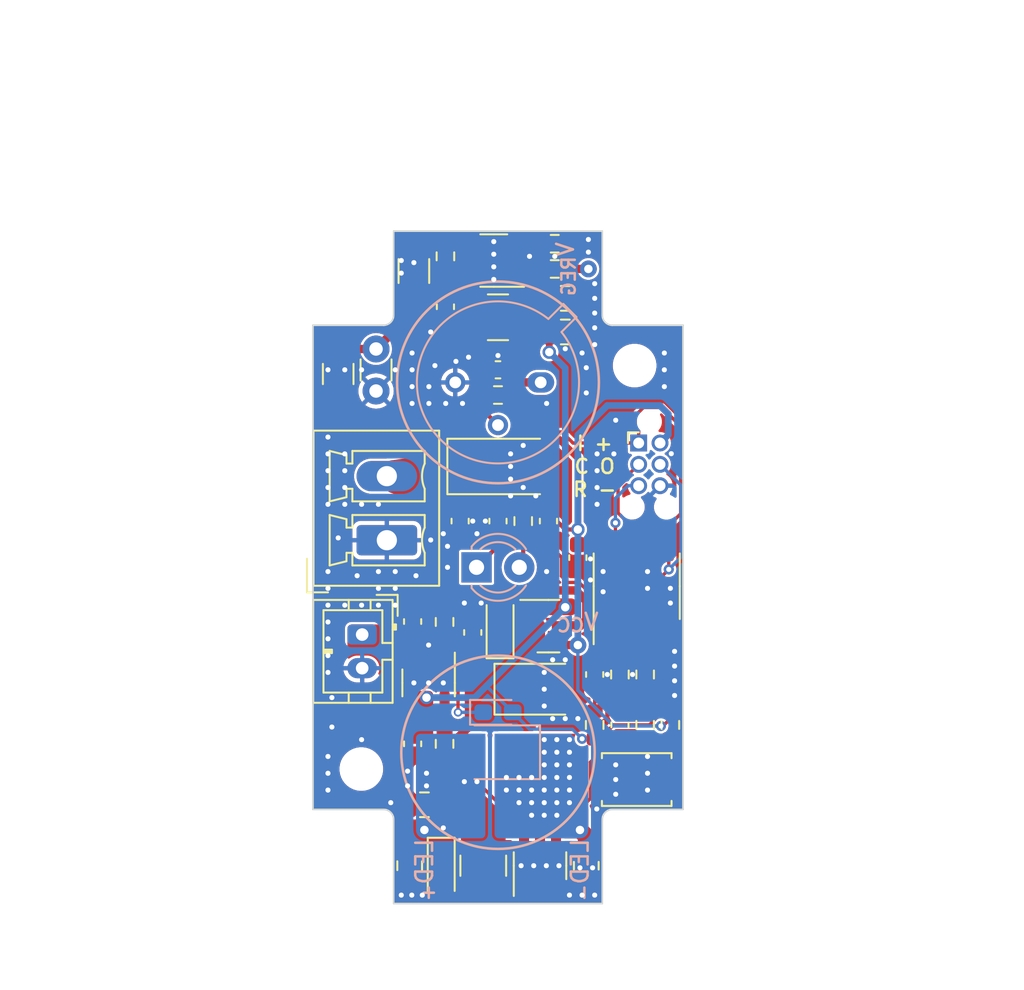
<source format=kicad_pcb>
(kicad_pcb (version 20240108) (generator "pcbnew") (generator_version "8.0")
  (layers (0 "F.Cu" signal) (31 "B.Cu" signal) (34 "B.Paste" user) (35 "F.Paste" user) (36 "B.SilkS" user "B.Silkscreen") (37 "F.SilkS" user "F.Silkscreen") (38 "B.Mask" user) (39 "F.Mask" user) (44 "Edge.Cuts" user))
  (net 0 "")
  (net 1 "GND")
  (net 2 "+24V")
  (net 3 "/voltage regulator/BST")
  (net 4 "/voltage regulator/SW")
  (net 5 "+5V")
  (net 6 "VCC")
  (net 7 "+BATT")
  (net 8 "/voltage regulator/EN")
  (net 9 "/voltage regulator/FB")
  (net 10 "Net-(D4-K)")
  (net 11 "/LED/LED+")
  (net 12 "/LED/LED-")
  (net 13 "/LED/SW")
  (net 14 "/battery/PROG")
  (net 15 "Net-(R10-Pad2)")
  (net 16 "/ALS")
  (net 17 "/V_{SEN}")
  (net 18 "/PIR")
  (net 19 "/STAT")
  (net 20 "/EN")
  (net 21 "/MCU/PB4")
  (net 22 "/MCU/PB5")
  (net 23 "/MCU/PB2")
  (net 24 "/MCU/PB1")
  (net 25 "/Input/Vin")
  (footprint "Capacitor_SMD:C_0805_2012Metric" (layer "F.Cu") (at 125 104 180)
    (property "Reference" "C3" (hide yes))
    (property "Value" "22u 10V")
  )
  (footprint "Resistor_SMD:R_0603_1608Metric" (layer "F.Cu") (at 117.875 101.5 -90)
    (property "Reference" "R1" (hide yes))
    (property "Value" "1M")
  )
  (footprint "Inductor_SMD:L_1210_3225Metric" (layer "F.Cu") (at 120.125 137.75 -90)
    (property "Reference" "L2" (hide yes))
    (property "Value" "CBC3225T220KR")
  )
  (footprint "Capacitor_SMD:C_0603_1608Metric" (layer "F.Cu") (at 124 117.25 -90)
    (property "Reference" "C13" (hide yes))
    (property "Value" "100n 50V")
  )
  (footprint "Capacitor_SMD:C_0805_2012Metric" (layer "F.Cu") (at 116.625 134.125 180)
    (property "Reference" "C5" (hide yes))
    (property "Value" "22u 10V")
  )
  (footprint "Capacitor_SMD:C_0603_1608Metric" (layer "F.Cu") (at 115.925 130.5 -90)
    (property "Reference" "C7" (hide yes))
    (property "Value" "4.7u 16V")
  )
  (footprint "Resistor_SMD:R_0603_1608Metric" (layer "F.Cu") (at 131.25 129.375 -90)
    (property "Reference" "R10" (hide yes))
    (property "Value" "10k")
  )
  (footprint "Resistor_SMD:R_0603_1608Metric" (layer "F.Cu") (at 124.375 100.75)
    (property "Reference" "R3" (hide yes))
    (property "Value" "22k")
  )
  (footprint "Diode_SMD:D_TUMD2" (layer "F.Cu") (at 117.625 138 -90)
    (property "Reference" "D3" (hide yes))
    (property "Value" "RB161VAM-20TR")
  )
  (footprint "Diode_SMD:D_TUMD2" (layer "F.Cu") (at 121.125 123.5 90)
    (property "Reference" "D5" (hide yes))
    (property "Value" "RB161VAM-20TR")
  )
  (footprint "Resistor_SMD:R_0805_2012Metric" (layer "F.Cu") (at 126.25 137.75 -90)
    (property "Reference" "R4" (hide yes))
    (property "Value" "0.7")
  )
  (footprint "Resistor_SMD:R_0603_1608Metric" (layer "F.Cu") (at 129.75 129.375 90)
    (property "Reference" "R9" (hide yes))
    (property "Value" "100k")
  )
  (footprint "Diode_SMD:D_SMA" (layer "F.Cu") (at 121.5 114)
    (property "Reference" "D1" (hide yes))
    (property "Value" "SMAJ40A")
  )
  (footprint "Capacitor_SMD:C_0805_2012Metric" (layer "F.Cu") (at 125 106 180)
    (property "Reference" "C12" (hide yes))
    (property "Value" "22u 10V")
  )
  (footprint "Capacitor_SMD:C_0603_1608Metric" (layer "F.Cu") (at 125.75 119.425 -90)
    (property "Reference" "C15" (hide yes))
    (property "Value" "100n 50V")
  )
  (footprint "Resistor_SMD:R_0603_1608Metric" (layer "F.Cu") (at 121 109.75 180)
    (property "Reference" "R14" (hide yes))
    (property "Value" "1k")
  )
  (footprint "Capacitor_SMD:C_0603_1608Metric" (layer "F.Cu") (at 128.25 129.375 -90)
    (property "Reference" "C17" (hide yes))
    (property "Value" "100n 50V")
  )
  (footprint "Connector_Phoenix_MC:PhoenixContact_MCV_1,5_2-G-3.81_1x02_P3.81mm_Vertical" (layer "F.Cu") (at 114.3925 118.3875 90)
    (property "Reference" "J2" (hide yes))
    (property "Value" "Screw_Terminal_01x02")
  )
  (footprint "Package_TO_SOT_SMD:SOT-23" (layer "F.Cu") (at 124 123.5)
    (property "Reference" "Q1" (hide yes))
    (property "Value" "AO3401A")
  )
  (footprint "Resistor_SMD:R_0603_1608Metric" (layer "F.Cu") (at 122.5 117.25 -90)
    (property "Reference" "R11" (hide yes))
    (property "Value" "1.83k")
  )
  (footprint "Capacitor_SMD:C_0603_1608Metric" (layer "F.Cu") (at 121 108.25 180)
    (property "Reference" "C10" (hide yes))
    (property "Value" "100n 50V")
  )
  (footprint "MountingHole:MountingHole_2.1mm" (layer "F.Cu") (at 129.125 108)
    (property "Reference" "H2" (hide yes))
    (property "Value" "MountingHole")
  )
  (footprint "Inductor_SMD:L_1210_3225Metric" (layer "F.Cu") (at 121 105.125)
    (property "Reference" "L1" (hide yes))
    (property "Value" "CBC3225T220KR")
  )
  (footprint "Resistor_SMD:R_0603_1608Metric" (layer "F.Cu") (at 117.825 130.5 -90)
    (property "Reference" "R5" (hide yes))
    (property "Value" "3.9k")
  )
  (footprint "Capacitor_SMD:C_1206_3216Metric" (layer "F.Cu") (at 116 102.375 -90)
    (property "Reference" "C1" (hide yes))
    (property "Value" "10u 50V")
  )
  (footprint "MountingHole:MountingHole_2.1mm" (layer "F.Cu") (at 112.875 132)
    (property "Reference" "H1" (hide yes))
    (property "Value" "MountingHole")
  )
  (footprint "Resistor_SMD:R_0603_1608Metric" (layer "F.Cu") (at 129.75 126.375 -90)
    (property "Reference" "R13" (hide yes))
    (property "Value" "1k")
  )
  (footprint "Resistor_SMD:R_0603_1608Metric" (layer "F.Cu") (at 117.825 123.25 90)
    (property "Reference" "R6" (hide yes))
    (property "Value" "22k")
  )
  (footprint "Connector_JST:JST_PH_B2B-PH-K_1x02_P2.00mm_Vertical" (layer "F.Cu") (at 112.925 124 -90)
    (property "Reference" "J3" (hide yes))
    (property "Value" "JST PH")
  )
  (footprint "Resistor_SMD:R_0603_1608Metric" (layer "F.Cu") (at 128.25 126.375 90)
    (property "Reference" "R8" (hide yes))
    (property "Value" "1k")
  )
  (footprint "Capacitor_SMD:C_0805_2012Metric" (layer "F.Cu") (at 115.75 137.75 -90)
    (property "Reference" "C6" (hide yes))
    (property "Value" "10u 16V")
  )
  (footprint "Package_SO:SOIC-8_3.9x4.9mm_P1.27mm" (layer "F.Cu") (at 129.25 121.125 90)
    (property "Reference" "U5" (hide yes))
    (property "Value" "ATtiny13A-SS")
  )
  (footprint "prj_lib:Tag-Connect_TC2030-IDC-NL_2x03_P1.27mm_Vertical" (layer "F.Cu") (at 130 113.875 -90)
    (property "Reference" "J4" (hide yes))
    (property "Value" "AVR-ISP-6")
  )
  (footprint "Capacitor_SMD:C_0603_1608Metric" (layer "F.Cu") (at 119.5 123.875 90)
    (property "Reference" "C9" (hide yes))
    (property "Value" "4.7u 16V")
  )
  (footprint "Capacitor_SMD:C_0603_1608Metric" (layer "F.Cu") (at 115.925 123.225 90)
    (property "Reference" "C8" (hide yes))
    (property "Value" "4.7u 16V")
  )
  (footprint "Capacitor_SMD:C_0603_1608Metric" (layer "F.Cu") (at 118.75 117.25 -90)
    (property "Reference" "C4" (hide yes))
    (property "Value" "1n 1kV")
  )
  (footprint "Capacitor_SMD:C_0603_1608Metric" (layer "F.Cu") (at 121 117.25 90)
    (property "Reference" "C14" (hide yes))
    (property "Value" "100n 50V")
  )
  (footprint "Package_TO_SOT_SMD:SOT-23-5" (layer "F.Cu") (at 116.875 126.875 -90)
    (property "Reference" "U3" (hide yes))
    (property "Value" "MCP73832-2-OT")
  )
  (footprint "Package_TO_SOT_SMD:TSOT-23-6" (layer "F.Cu") (at 123.5 137.75 90)
    (property "Reference" "U2" (hide yes))
    (property "Value" "MT9284-28J")
  )
  (footprint "Resistor_SMD:R_0603_1608Metric" (layer "F.Cu") (at 124.375 102.25 180)
    (property "Reference" "R2" (hide yes))
    (property "Value" "100k")
  )
  (footprint "Capacitor_SMD:C_0603_1608Metric" (layer "F.Cu") (at 126.75 126.375 90)
    (property "Reference" "C16" (hide yes))
    (property "Value" "100n 50V")
  )
  (footprint "Button_Switch_SMD:SW_Push_SPST_NO_Alps_SKRK" (layer "F.Cu") (at 129.25 132.625)
    (property "Reference" "SW1" (hide yes))
    (property "Value" "TS-1088")
  )
  (footprint "Capacitor_THT:C_Disc_D3.0mm_W1.6mm_P2.50mm" (layer "F.Cu") (at 113.75 107.0125 -90)
    (property "Reference" "C11" (hide yes))
    (property "Value" "C_Polarized")
  )
  (footprint "Fuse:Fuse_1206_3216Metric_Pad1.42x1.75mm_HandSolder" (layer "F.Cu") (at 111.5 108.5 90)
    (property "Reference" "F1" (hide yes))
    (property "Value" "0468.500NRHF")
  )
  (footprint "Capacitor_Tantalum_SMD:CP_EIA-3528-15_AVX-H" (layer "F.Cu") (at 123.25 127.25)
    (property "Reference" "C18" (hide yes))
    (property "Value" "100uF 6.3V")
  )
  (footprint "Resistor_SMD:R_0603_1608Metric" (layer "F.Cu") (at 126.75 129.375 90)
    (property "Reference" "R7" (hide yes))
    (property "Value" "2.43k")
  )
  (footprint "Capacitor_SMD:C_0603_1608Metric" (layer "F.Cu") (at 117.875 104.5 90)
    (property "Reference" "C2" (hide yes))
    (property "Value" "100n 50V")
  )
  (footprint "Package_TO_SOT_SMD:SOT-23-6" (layer "F.Cu") (at 120.75 101.75 180)
    (property "Reference" "U1" (hide yes))
    (property "Value" "TD1469")
  )
  (footprint "prj_lib:TestPoint_THTPad_D1.0mm_Drill0.5mm" (layer "B.Cu") (at 116.625 135.625 180)
    (property "Reference" "TP4" (hide yes))
    (property "Value" "LED_{+}")
  )
  (footprint "prj_lib:TestPoint_THTPad_D1.0mm_Drill0.5mm" (layer "B.Cu") (at 125.875 135.625 180)
    (property "Reference" "TP5" (hide yes))
    (property "Value" "LED_{-}")
  )
  (footprint "LED_SMD:LED_PLCC_2835_Handsoldering" (layer "B.Cu") (at 121 131 180)
    (property "Reference" "D2" (hide yes))
    (property "Value" "6V 150mA")
  )
  (footprint "LED_THT:LED_D3.0mm_FlatTop" (layer "B.Cu") (at 119.725 120)
    (property "Reference" "D6" (hide yes))
    (property "Value" "TEPT5700")
  )
  (footprint "Package_TO_SOT_THT:TO-5-3_Window" (layer "B.Cu") (at 123.54 109 180)
    (property "Reference" "J1" (hide yes))
    (property "Value" "RDB223")
  )
  (footprint "LED_SMD:LED_0603_1608Metric_Pad1.05x0.95mm_HandSolder" (layer "B.Cu") (at 121 128.625)
    (property "Reference" "D4" (hide yes))
    (property "Value" "LED")
  )
  (footprint "prj_lib:TestPoint_THTPad_D1.0mm_Drill0.5mm" (layer "B.Cu") (at 126.375 102.25 180)
    (property "Reference" "TP3" (hide yes))
    (property "Value" "V_{REG}")
  )
  (footprint "prj_lib:TestPoint_THTPad_D1.0mm_Drill0.5mm" (layer "B.Cu") (at 125.75 124.625 180)
    (property "Reference" "TP6" (hide yes))
    (property "Value" "V_{CC}")
  )
  (gr_circle (center 121 109) (end 127 109) (stroke (width 0.15)) (fill none) (layer "B.SilkS"))
  (gr_circle (center 121 131) (end 126.75 131) (stroke (width 0.15)) (fill none) (layer "B.SilkS"))
  (gr_arc (start 127.2 135) (mid 127.375736 134.575736) (end 127.8 134.4) (stroke (width 0.1)) (layer "Edge.Cuts"))
  (gr_line (start 127.2 140) (end 127.2 135) (stroke (width 0.1)) (layer "Edge.Cuts"))
  (gr_line (start 127.8 134.4) (end 132 134.4) (stroke (width 0.1)) (layer "Edge.Cuts"))
  (gr_line (start 114.8 100) (end 127.2 100) (stroke (width 0.1)) (layer "Edge.Cuts"))
  (gr_arc (start 114.2 134.4) (mid 114.624264 134.575736) (end 114.8 135) (stroke (width 0.1)) (layer "Edge.Cuts"))
  (gr_line (start 114.8 100) (end 114.8 105) (stroke (width 0.1)) (layer "Edge.Cuts"))
  (gr_line (start 127.2 100) (end 127.2 105) (stroke (width 0.1)) (layer "Edge.Cuts"))
  (gr_line (start 114.8 135) (end 114.8 140) (stroke (width 0.1)) (layer "Edge.Cuts"))
  (gr_line (start 114.8 140) (end 127.2 140) (stroke (width 0.1)) (layer "Edge.Cuts"))
  (gr_line (start 127.8 105.6) (end 132 105.6) (stroke (width 0.1)) (layer "Edge.Cuts"))
  (gr_line (start 114.2 105.6) (end 110 105.6) (stroke (width 0.1)) (layer "Edge.Cuts"))
  (gr_arc (start 127.8 105.6) (mid 127.375736 105.424264) (end 127.2 105) (stroke (width 0.1)) (layer "Edge.Cuts"))
  (gr_arc (start 114.8 105) (mid 114.624264 105.424264) (end 114.2 105.6) (stroke (width 0.1)) (layer "Edge.Cuts"))
  (gr_line (start 114.2 134.4) (end 110 134.4) (stroke (width 0.1)) (layer "Edge.Cuts"))
  (gr_line (start 110 134.4) (end 110 105.6) (stroke (width 0.1)) (layer "Edge.Cuts"))
  (gr_line (start 132 105.6) (end 132 134.4) (stroke (width 0.1)) (layer "Edge.Cuts"))
  (gr_text "I +\nC O\nR -" (at 126.75 114 0) (layer "F.SilkS") (effects (font (size 0.85 0.85))))
  (segment (start 117.825 131.325) (end 115.975 131.325) (width 0.2) (layer "F.Cu") (net 1))
  (segment (start 115.975 131.325) (end 115.925 131.275) (width 0.2) (layer "F.Cu") (net 1))
  (via (at 110.891667 116.25175) (size 0.6) (drill 0.3) (layers "F.Cu" "B.Cu") (net 1))
  (via (at 125 125.5) (size 0.6) (drill 0.3) (layers "F.Cu" "B.Cu") (net 1))
  (via (at 126.25 108.125) (size 0.6) (drill 0.3) (layers "F.Cu" "B.Cu") (net 1))
  (via (at 131.25 122.125) (size 0.6) (drill 0.3) (layers "F.Cu" "B.Cu") (net 1))
  (via (at 126.5 119.5) (size 0.6) (drill 0.3) (layers "F.Cu" "B.Cu") (net 1))
  (via (at 126.75 105.75) (size 0.6) (drill 0.3) (layers "F.Cu" "B.Cu") (net 1))
  (via (at 121.75 115.75) (size 0.6) (drill 0.3) (layers "F.Cu" "B.Cu") (net 1))
  (via (at 126.891667 116.25175) (size 0.6) (drill 0.3) (layers "F.Cu" "B.Cu") (net 1))
  (via (at 113.891667 122.25175) (size 0.6) (drill 0.3) (layers "F.Cu" "B.Cu") (net 1))
  (via (at 128 133.5) (size 0.6) (drill 0.3) (layers "F.Cu" "B.Cu") (net 1))
  (via (at 110.891667 115.25175) (size 0.6) (drill 0.3) (layers "F.Cu" "B.Cu") (net 1))
  (via (at 125.25 139.5) (size 0.6) (drill 0.3) (layers "F.Cu" "B.Cu") (net 1))
  (via (at 116.891667 109.25175) (size 0.6) (drill 0.3) (layers "F.Cu" "B.Cu") (net 1))
  (via (at 112.891667 108.25175) (size 0.6) (drill 0.3) (layers "F.Cu" "B.Cu") (net 1))
  (via (at 116.891667 110.25175) (size 0.6) (drill 0.3) (layers "F.Cu" "B.Cu") (net 1))
  (via (at 121 107.4) (size 0.6) (drill 0.3) (layers "F.Cu" "B.Cu") (net 1))
  (via (at 117.25 108) (size 0.6) (drill 0.3) (layers "F.Cu" "B.Cu") (net 1))
  (via (at 129.891667 121.25175) (size 0.6) (drill 0.3) (layers "F.Cu" "B.Cu") (net 1))
  (via (at 129.891667 133.25175) (size 0.6) (drill 0.3) (layers "F.Cu" "B.Cu") (net 1))
  (via (at 118.5 107.75) (size 0.6) (drill 0.3) (layers "F.Cu" "B.Cu") (net 1))
  (via (at 127.5 126.375) (size 0.6) (drill 0.3) (layers "F.Cu" "B.Cu") (net 1))
  (via (at 125.875 137.875) (size 0.6) (drill 0.3) (layers "F.Cu" "B.Cu") (net 1))
  (via (at 110.891667 112.25175) (size 0.6) (drill 0.3) (layers "F.Cu" "B.Cu") (net 1))
  (via (at 127.891667 113.25175) (size 0.6) (drill 0.3) (layers "F.Cu" "B.Cu") (net 1))
  (via (at 115.25 139.5) (size 0.6) (drill 0.3) (layers "F.Cu" "B.Cu") (net 1))
  (via (at 124.625 137.75) (size 0.6) (drill 0.3) (layers "F.Cu" "B.Cu") (net 1))
  (via (at 131.5 126.75) (size 0.6) (drill 0.3) (layers "F.Cu" "B.Cu") (net 1))
  (via (at 110.891667 108.25175) (size 0.6) (drill 0.3) (layers "F.Cu" "B.Cu") (net 1))
  (via (at 112.891667 122.25175) (size 0.6) (drill 0.3) (layers "F.Cu" "B.Cu") (net 1))
  (via (at 110.891667 132.25175) (size 0.6) (drill 0.3) (layers "F.Cu" "B.Cu") (net 1))
  (via (at 110.891667 124.25175) (size 0.6) (drill 0.3) (layers "F.Cu" "B.Cu") (net 1))
  (via (at 110.891667 123.25175) (size 0.6) (drill 0.3) (layers "F.Cu" "B.Cu") (net 1))
  (via (at 111.891667 108.25175) (size 0.6) (drill 0.3) (layers "F.Cu" "B.Cu") (net 1))
  (via (at 119.25 107.5) (size 0.6) (drill 0.3) (layers "F.Cu" "B.Cu") (net 1))
  (via (at 116 126.875) (size 0.6) (drill 0.3) (layers "F.Cu" "B.Cu") (net 1))
  (via (at 120.75 100.625) (size 0.6) (drill 0.3) (layers "F.Cu" "B.Cu") (net 1))
  (via (at 115.625 132.125) (size 0.6) (drill 0.3) (layers "F.Cu" "B.Cu") (net 1))
  (via (at 118.891667 110.25175) (size 0.6) (drill 0.3) (layers "F.Cu" "B.Cu") (net 1))
  (via (at 126.25 109.625) (size 0.6) (drill 0.3) (layers "F.Cu" "B.Cu") (net 1))
  (via (at 120.25 117.25) (size 0.6) (drill 0.3) (layers "F.Cu" "B.Cu") (net 1))
  (via (at 126.875 134.375) (size 0.6) (drill 0.3) (layers "F.Cu" "B.Cu") (net 1))
  (via (at 111.891667 113.25175) (size 0.6) (drill 0.3) (layers "F.Cu" "B.Cu") (net 1))
  (via (at 126.375 100.5) (size 0.6) (drill 0.3) (layers "F.Cu" "B.Cu") (net 1))
  (via (at 130.891667 108.25175) (size 0.6) (drill 0.3) (layers "F.Cu" "B.Cu") (net 1))
  (via (at 131.5 125.875) (size 0.6) (drill 0.3) (layers "F.Cu" "B.Cu") (net 1))
  (via (at 126 107.25) (size 0.6) (drill 0.3) (layers "F.Cu" "B.Cu") (net 1))
  (via (at 123.25 115.75) (size 0.6) (drill 0.3) (layers "F.Cu" "B.Cu") (net 1))
  (via (at 131.304199 113.239737) (size 0.5) (drill 0.3) (layers "F.Cu" "B.Cu") (net 1))
  (via (at 110.891667 125.25175) (size 0.6) (drill 0.3) (layers "F.Cu" "B.Cu") (net 1))
  (via (at 126.375 101.25) (size 0.6) (drill 0.3) (layers "F.Cu" "B.Cu") (net 1))
  (via (at 128 132.625) (size 0.6) (drill 0.3) (layers "F.Cu" "B.Cu") (net 1))
  (via (at 114.625 134) (size 0.6) (drill 0.3) (layers "F.Cu" "B.Cu") (net 1))
  (via (at 120.75 102.875) (size 0.6) (drill 0.3) (layers "F.Cu" "B.Cu") (net 1))
  (via (at 114.891667 108.25175) (size 0.6) (drill 0.3) (layers "F.Cu" "B.Cu") (net 1))
  (via (at 131.5 127.625) (size 0.6) (drill 0.3) (layers "F.Cu" "B.Cu") (net 1))
  (via (at 117 106) (size 0.6) (drill 0.3) (layers "F.Cu" "B.Cu") (net 1))
  (via (at 126 139.5) (size 0.6) (drill 0.3) (layers "F.Cu" "B.Cu") (net 1))
  (via (at 121.75 114) (size 0.6) (drill 0.3) (layers "F.Cu" "B.Cu") (net 1))
  (via (at 118 118.75) (size 0.6) (drill 0.3) (layers "F.Cu" "B.Cu") (net 1))
  (via (at 126.891667 114.25175) (size 0.6) (drill 0.3) (layers "F.Cu" "B.Cu") (net 1))
  (via (at 112.891667 116.25175) (size 0.6) (drill 0.3) (layers "F.Cu" "B.Cu") (net 1))
  (via (at 110.891667 133.25175) (size 0.6) (drill 0.3) (layers "F.Cu" "B.Cu") (net 1))
  (via (at 110.891667 131.25175) (size 0.6) (drill 0.3) (layers "F.Cu" "B.Cu") (net 1))
  (via (at 115.875 139.5) (size 0.6) (drill 0.3) (layers "F.Cu" "B.Cu") (net 1))
  (via (at 113.891667 121.25175) (size 0.6) (drill 0.3) (layers "F.Cu" "B.Cu") (net 1))
  (via (at 115.891667 109.25175) (size 0.6) (drill 0.3) (layers "F.Cu" "B.Cu") (net 1))
  (via (at 111.891667 122.25175) (size 0.6) (drill 0.3) (layers "F.Cu" "B.Cu") (net 1))
  (via (at 129.891667 131.25175) (size 0.6) (drill 0.3) (layers "F.Cu" "B.Cu") (net 1))
  (via (at 110.891667 122.25175) (size 0.6) (drill 0.3) (layers "F.Cu" "B.Cu") (net 1))
  (via (at 130.891667 107.25175) (size 0.6) (drill 0.3) (layers "F.Cu" "B.Cu") (net 1))
  (via (at 126.75 103.125) (size 0.6) (drill 0.3) (layers "F.Cu" "B.Cu") (net 1))
  (via (at 116.875 126.875) (size 0.6) (drill 0.3) (layers "F.Cu" "B.Cu") (net 1))
  (via (at 123.75 126.25) (size 0.6) (drill 0.3) (layers "F.Cu" "B.Cu") (net 1))
  (via (at 110.891667 126.25175) (size 0.6) (drill 0.3) (layers "F.Cu" "B.Cu") (net 1))
  (via (at 131.25 121.25) (size 0.6) (drill 0.3) (layers "F.Cu" "B.Cu") (net 1))
  (via (at 122.5 115.25) (size 0.6) (drill 0.3) (layers "F.Cu" "B.Cu") (net 1))
  (via (at 130.891667 109.25175) (size 0.6) (drill 0.3) (layers "F.Cu" "B.Cu") (net 1))
  (via (at 117.891667 110.25175) (size 0.6) (drill 0.3) (layers "F.Cu" "B.Cu") (net 1))
  (via (at 116.875 124.625) (size 0.6) (drill 0.3) (layers "F.Cu" "B.Cu") (net 1))
  (via (at 119 122.125) (size 0.6) (drill 0.3) (layers "F.Cu" "B.Cu") (net 1))
  (via (at 110.891667 121.25175) (size 0.6) (drill 0.3) (layers "F.Cu" "B.Cu") (net 1))
  (via (at 123.891667 110.25175) (size 0.6) (drill 0.3) (layers "F.Cu" "B.Cu") (net 1))
  (via (at 115.891667 107.25175) (size 0.6) (drill 0.3) (layers "F.Cu" "B.Cu") (net 1))
  (via (at 126.75 104.875) (size 0.6) (drill 0.3) (layers "F.Cu" "B.Cu") (net 1))
  (via (at 115.25 102.5) (size 0.6) (drill 0.3) (layers "F.Cu" "B.Cu") (net 1))
  (via (at 114.891667 121.25175) (size 0.6) (drill 0.3) (layers "F.Cu" "B.Cu") (net 1))
  (via (at 125 129) (size 0.6) (drill 0.3) (layers "F.Cu" "B.Cu") (net 1))
  (via (at 113.891667 120.25175) (size 0.6) (drill 0.3) (layers "F.Cu" "B.Cu") (net 1))
  (via (at 120.75 101.375) (size 0.6) (drill 0.3) (layers "F.Cu" "B.Cu") (net 1))
  (via (at 112.625 120.5) (size 0.6) (drill 0.3) (layers "F.Cu" "B.Cu") (net 1))
  (via (at 126.75 104) (size 0.6) (drill 0.3) (layers "F.Cu" "B.Cu") (net 1))
  (via (at 115.25 101.75) (size 0.6) (drill 0.3) (layers "F.Cu" "B.Cu") (net 1))
  (via (at 129.891667 132.25175) (size 0.6) (drill 0.3) (layers "F.Cu" "B.Cu") (net 1))
  (via (at 110.891667 113.25175) (size 0.6) (drill 0.3) (layers "F.Cu" "B.Cu") (net 1))
  (via (at 127.25 121.454169) (size 0.6) (drill 0.3) (layers "F.Cu" "B.Cu") (net 1))
  (via (at 119.75 118) (size 0.6) (drill 0.3) (layers "F.Cu" "B.Cu") (net 1))
  (via (at 116.5 139.5) (size 0.6) (drill 0.3) (layers "F.Cu" "B.Cu") (net 1))
  (via (at 127.25 120.25) (size 0.6) (drill 0.3) (layers "F.Cu" "B.Cu") (net 1))
  (via (at 112.891667 130.25175) (size 0.6) (drill 0.3) (layers "F.Cu" "B.Cu") (net 1))
  (via (at 122.375 137.75) (size 0.6) (drill 0.3) (layers "F.Cu" "B.Cu") (net 1))
  (via (at 111.891667 115.25175) (size 0.6) (drill 0.3) (layers "F.Cu" "B.Cu") (net 1))
  (via (at 124.25 125.5) (size 0.6) (drill 0.3) (layers "F.Cu" "B.Cu") (net 1))
  (via (at 117 118.375) (size 0.6) (drill 0.3) (layers "F.Cu" "B.Cu") (net 1))
  (via (at 128 111.25) (size 0.6) (drill 0.3) (layers "F.Cu" "B.Cu") (net 1))
  (via (at 115.891667 110.25175) (size 0.6) (drill 0.3) (layers "F.Cu" "B.Cu") (net 1))
  (via (at 116.125 120.5) (size 0.6) (drill 0.3) (layers "F.Cu" "B.Cu") (net 1))
  (via (at 114.891667 122.25175) (size 0.6) (drill 0.3) (layers "F.Cu" "B.Cu") (net 1))
  (via (at 119.5 117.25) (size 0.6) (drill 0.3) (layers "F.Cu" "B.Cu") (net 1))
  (via (at 115.891667 108.25175) (size 0.6) (drill 0.3) (layers "F.Cu" "B.Cu") (net 1))
  (via (at 124.25 129) (size 0.6) (drill 0.3) (layers "F.Cu" "B.Cu") (net 1))
  (via (at 121.75 114.75) (size 0.6) (drill 0.3) (layers "F.Cu" "B.Cu") (net 1))
  (via (at 129 126.375) (size 0.6) (drill 0.3) (layers "F.Cu" "B.Cu") (net 1))
  (via (at 110.891667 120.25175) (size 0.6) (drill 0.3) (layers "F.Cu" "B.Cu") (net 1))
  (via (at 110.891667 114.25175) (size 0.6) (drill 0.3) (layers "F.Cu" "B.Cu") (net 1))
  (via (at 120.75 102.125) (size 0.6) (drill 0.3) (layers "F.Cu" "B.Cu") (net 1))
  (via (at 111.125 127.75) (size 0.6) (drill 0.3) (layers "F.Cu" "B.Cu") (net 1))
  (via (at 126.625 137.875) (size 0.6) (drill 0.3) (layers "F.Cu" "B.Cu") (net 1))
  (via (at 126.891667 113.25175) (size 0.6) (drill 0.3) (layers "F.Cu" "B.Cu") (net 1))
  (via (at 122.875 101.5) (size 0.6) (drill 0.3) (layers "F.Cu" "B.Cu") (net 1))
  (via (at 123.875 137.75) (size 0.6) (drill 0.3) (layers "F.Cu" "B.Cu") (net 1))
  (via (at 116 101.875) (size 0.6) (drill 0.3) (layers "F.Cu" "B.Cu") (net 1))
  (via (at 123.125 137.75) (size 0.6) (drill 0.3) (layers "F.Cu" "B.Cu") (net 1))
  (via (at 126.891667 115.25175) (size 0.6) (drill 0.3) (layers "F.Cu" "B.Cu") (net 1))
  (via (at 122.5 112.75) (size 0.6) (drill 0.3) (layers "F.Cu" "B.Cu") (net 1))
  (via (at 114.891667 120.25175) (size 0.6) (drill 0.3) (layers "F.Cu" "B.Cu") (net 1))
  (via (at 117.75 118) (size 0.6) (drill 0.3) (layers "F.Cu" "B.Cu") (net 1))
  (via (at 129.891667 120.25175) (size 0.6) (drill 0.3) (layers "F.Cu" "B.Cu") (net 1))
  (via (at 126.75 139.5) (size 0.6) (drill 0.3) (layers "F.Cu" "B.Cu") (net 1))
  (via (at 111.891667 114.25175) (size 0.6) (drill 0.3) (layers "F.Cu" "B.Cu") (net 1))
  (via (at 126.5 120.75) (size 0.6) (drill 0.3) (layers "F.Cu" "B.Cu") (net 1))
  (via (at 120 122.125) (size 0.6) (drill 0.3) (layers "F.Cu" "B.Cu") (net 1))
  (via (at 111.891667 116.25175) (size 0.6) (drill 0.3) (layers "F.Cu" "B.Cu") (net 1))
  (via (at 123.75 127.25) (size 0.6) (drill 0.3) (layers "F.Cu" "B.Cu") (net 1))
  (via (at 121.75 113.25) (size 0.6) (drill 0.3) (layers "F.Cu" "B.Cu") (net 1))
  (via (at 123.891667 120.25175) (size 0.6) (drill 0.3) (layers "F.Cu" "B.Cu") (net 1))
  (via (at 123.75 128.25) (size 0.6) (drill 0.3) (layers "F.Cu" "B.Cu") (net 1))
  (via (at 115.625 133) (size 0.6) (drill 0.3) (layers "F.Cu" "B.Cu") (net 1))
  (via (at 125 107) (size 0.6) (drill 0.3) (layers "F.Cu" "B.Cu") (net 1))
  (via (at 128 131.75) (size 0.6) (drill 0.3) (layers "F.Cu" "B.Cu") (net 1))
  (via (at 118 120) (size 0.6) (drill 0.3) (layers "F.Cu" "B.Cu") (net 1))
  (via (at 124.375 101.5) (size 0.6) (drill 0.3) (layers "F.Cu" "B.Cu") (net 1))
  (via (at 125.75 129) (size 0.6) (drill 0.3) (layers "F.Cu" "B.Cu") (net 1))
  (via (at 111.125 129.5) (size 0.6) (drill 0.3) (layers "F.Cu" "B.Cu") (net 1))
  (via (at 117.75 126.875) (size 0.6) (drill 0.3) (layers "F.Cu" "B.Cu") (net 1))
  (via (at 113.891667 116.25175) (size 0.6) (drill 0.3) (layers "F.Cu" "B.Cu") (net 1))
  (via (at 131.5 125) (size 0.6) (drill 0.3) (layers "F.Cu" "B.Cu") (net 1))
  (via (at 111.5 118.25) (size 0.6) (drill 0.3) (layers "F.Cu" "B.Cu") (net 1))
  (via (at 126.75 106.75) (size 0.6) (drill 0.3) (layers "F.Cu" "B.Cu") (net 1))
  (segment (start 130 115.78) (end 130 116.25) (width 0.25) (layer "B.Cu") (net 1))
  (segment (start 130.635 115.145) (end 130 115.78) (width 0.25) (layer "B.Cu") (net 1))
  (segment (start 111.5 107.0125) (end 113.75 107.0125) (width 0.5) (layer "F.Cu") (net 2))
  (segment (start 113.75 107.0125) (end 116 104.7625) (width 0.5) (layer "F.Cu") (net 2))
  (segment (start 116 104.7625) (end 116 103.85) (width 0.5) (layer "F.Cu") (net 2))
  (segment (start 117.875 105.875) (end 117.875 105.275) (width 0.25) (layer "F.Cu") (net 3))
  (segment (start 121 104) (end 121 106.5) (width 0.25) (layer "F.Cu") (net 3))
  (segment (start 121.8875 102.7) (end 121.8875 103.1125) (width 0.25) (layer "F.Cu") (net 3))
  (segment (start 118.75 106.75) (end 117.875 105.875) (width 0.25) (layer "F.Cu") (net 3))
  (segment (start 120.75 106.75) (end 118.75 106.75) (width 0.25) (layer "F.Cu") (net 3))
  (segment (start 121.8875 103.1125) (end 121 104) (width 0.25) (layer "F.Cu") (net 3))
  (segment (start 121 106.5) (end 120.75 106.75) (width 0.25) (layer "F.Cu") (net 3))
  (segment (start 121.875 122.25) (end 121.125 122.25) (width 0.5) (layer "F.Cu") (net 5))
  (segment (start 122.175 122.55) (end 121.875 122.25) (width 0.5) (layer "F.Cu") (net 5))
  (segment (start 124.05 104) (end 124.05 103.6125) (width 0.5) (layer "F.Cu") (net 5))
  (segment (start 115.925 128.0125) (end 115.925 129.725) (width 0.5) (layer "F.Cu") (net 5))
  (segment (start 124.05 103.6125) (end 125.2 102.4625) (width 0.5) (layer "F.Cu") (net 5))
  (segment (start 125.2 102.4625) (end 125.2 102.25) (width 0.5) (layer "F.Cu") (net 5))
  (segment (start 126 130.2) (end 126.75 130.2) (width 0.2) (layer "F.Cu") (net 5))
  (segment (start 126.375 102.25) (end 125.2 102.25) (width 0.5) (layer "F.Cu") (net 5))
  (segment (start 124.05 107.2) (end 124.05 106) (width 0.4) (layer "F.Cu") (net 5))
  (segment (start 124.05 104) (end 124.05 103.825) (width 0.5) (layer "F.Cu") (net 5))
  (segment (start 123.0625 122.55) (end 122.175 122.55) (width 0.5) (layer "F.Cu") (net 5))
  (via (at 116.75 127.75) (size 0.8) (drill 0.5) (layers "F.Cu" "B.Cu") (net 5))
  (via (at 125 122.375) (size 0.8) (drill 0.5) (layers "F.Cu" "B.Cu") (net 5))
  (via (at 126 130.2) (size 0.6) (drill 0.3) (layers "F.Cu" "B.Cu") (net 5))
  (via (at 124.05 107.2) (size 0.8) (drill 0.5) (layers "F.Cu" "B.Cu") (net 5))
  (segment (start 125 108.15) (end 125 122.375) (width 0.4) (layer "B.Cu") (net 5))
  (segment (start 125.425 129.625) (end 122.875 129.625) (width 0.2) (layer "B.Cu") (net 5))
  (segment (start 126 130.2) (end 125.425 129.625) (width 0.2) (layer "B.Cu") (net 5))
  (segment (start 124.05 107.2) (end 125 108.15) (width 0.4) (layer "B.Cu") (net 5))
  (segment (start 121.875 128.625) (end 120.3125 127.0625) (width 0.2) (layer "B.Cu") (net 5))
  (segment (start 120.3125 127.0625) (end 125 122.375) (width 0.4) (layer "B.Cu") (net 5))
  (segment (start 122.875 129.625) (end 121.875 128.625) (width 0.2) (layer "B.Cu") (net 5))
  (segment (start 119.625 127.75) (end 120.3125 127.0625) (width 0.4) (layer "B.Cu") (net 5))
  (segment (start 116.75 127.75) (end 119.625 127.75) (width 0.4) (layer "B.Cu") (net 5))
  (segment (start 121 118.025) (end 121 118.725) (width 0.25) (layer "F.Cu") (net 6))
  (segment (start 118.677 131.823) (end 118.677 130.073) (width 0.5) (layer "F.Cu") (net 6))
  (segment (start 123.0625 124.45) (end 122.2 124.45) (width 0.5) (layer "F.Cu") (net 6))
  (segment (start 117.575 132.925) (end 118.677 131.823) (width 0.5) (layer "F.Cu") (net 6))
  (segment (start 125.75 117.75) (end 125.75 113.5) (width 0.4) (layer "F.Cu") (net 6))
  (segment (start 130.686726 129.436727) (end 130.813273 129.436727) (width 0.2) (layer "F.Cu") (net 6))
  (segment (start 122.525 109) (end 121.775 108.25) (width 0.5) (layer "F.Cu") (net 6))
  (segment (start 120.125 136.35) (end 121.725 136.35) (width 0.25) (layer "F.Cu") (net 6))
  (segment (start 118.677 130.073) (end 119.5 129.25) (width 0.5) (layer "F.Cu") (net 6))
  (segment (start 121 109.025) (end 121.775 108.25) (width 0.4) (layer "F.Cu") (net 6))
  (segment (start 121.6 124.625) (end 121.125 124.15) (width 0.5) (layer "F.Cu") (net 6))
  (segment (start 124.5 117.25) (end 121.775 117.25) (width 0.25) (layer "F.Cu") (net 6))
  (segment (start 121 110.145291) (end 121 109.025) (width 0.4) (layer "F.Cu") (net 6))
  (segment (start 121 118.725) (end 119.725 120) (width 0.25) (layer "F.Cu") (net 6))
  (segment (start 121.9875 136.6125) (end 122.55 136.6125) (width 0.25) (layer "F.Cu") (net 6))
  (segment (start 125.75 118.65) (end 127.345 118.65) (width 0.4) (layer "F.Cu") (net 6))
  (segment (start 121.725 136.35) (end 121.9875 136.6125) (width 0.25) (layer "F.Cu") (net 6))
  (segment (start 125.75 113.5) (end 124.627 112.377) (width 0.4) (layer "F.Cu") (net 6))
  (segment (start 121.9 124.15) (end 121.125 124.15) (width 0.5) (layer "F.Cu") (net 6))
  (segment (start 125.75 117.75) (end 125.75 118.65) (width 0.4) (layer "F.Cu") (net 6))
  (segment (start 123.54 109) (end 122.525 109) (width 0.5) (layer "F.Cu") (net 6))
  (segment (start 124.627 112.377) (end 123.231709 112.377) (width 0.4) (layer "F.Cu") (net 6))
  (segment (start 121.775 117.25) (end 121 118.025) (width 0.25) (layer "F.Cu") (net 6))
  (segment (start 119.5 129.25) (end 119.5 124.65) (width 0.5) (layer "F.Cu") (net 6))
  (segment (start 125.75 124.625) (end 121.6 124.625) (width 0.5) (layer "F.Cu") (net 6))
  (segment (start 125 117.75) (end 124.5 117.25) (width 0.25) (layer "F.Cu") (net 6))
  (segment (start 117.575 134.125) (end 117.575 132.925) (width 0.5) (layer "F.Cu") (net 6))
  (segment (start 130.813273 129.436727) (end 131.25 129) (width 0.2) (layer "F.Cu") (net 6))
  (segment (start 122.2 124.45) (end 121.9 124.15) (width 0.5) (layer "F.Cu") (net 6))
  (segment (start 131.25 129) (end 131.25 128.55) (width 0.2) (layer "F.Cu") (net 6))
  (segment (start 123.231709 112.377) (end 121 110.145291) (width 0.4) (layer "F.Cu") (net 6))
  (segment (start 125.75 117.75) (end 125 117.75) (width 0.25) (layer "F.Cu") (net 6))
  (via (at 130.686726 129.436727) (size 0.6) (drill 0.3) (layers "F.Cu" "B.Cu") (net 6))
  (via (at 125.75 117.75) (size 0.8) (drill 0.5) (layers "F.Cu" "B.Cu") (net 6))
  (segment (start 127.874227 129.436727) (end 125.75 127.3125) (width 0.2) (layer "B.Cu") (net 6))
  (segment (start 125.75 127.3125) (end 125.75 124.625) (width 0.2) (layer "B.Cu") (net 6))
  (segment (start 125.75 112.125) (end 127.5 110.375) (width 0.4) (layer "B.Cu") (net 6))
  (segment (start 130.625 110.375) (end 131.125 110.875) (width 0.4) (layer "B.Cu") (net 6))
  (segment (start 127.5 110.375) (end 130.625 110.375) (width 0.4) (layer "B.Cu") (net 6))
  (segment (start 125.75 124.625) (end 125.75 117.75) (width 0.4) (layer "B.Cu") (net 6))
  (segment (start 125.75 117.75) (end 125.75 112.125) (width 0.4) (layer "B.Cu") (net 6))
  (segment (start 131.125 112.115) (end 130.635 112.605) (width 0.4) (layer "B.Cu") (net 6))
  (segment (start 131.125 110.875) (end 131.125 112.115) (width 0.4) (layer "B.Cu") (net 6))
  (segment (start 130.686726 129.436727) (end 127.874227 129.436727) (width 0.2) (layer "B.Cu") (net 6))
  (segment (start 116.875 123.05) (end 115.925 124) (width 0.5) (layer "F.Cu") (net 7))
  (segment (start 125.625 121.375) (end 117.5 121.375) (width 0.5) (layer "F.Cu") (net 7))
  (segment (start 115.925 125.7375) (end 115.925 124) (width 0.5) (layer "F.Cu") (net 7))
  (segment (start 112.925 124) (end 115.925 124) (width 0.5) (layer "F.Cu") (net 7))
  (segment (start 126.25 122) (end 125.625 121.375) (width 0.5) (layer "F.Cu") (net 7))
  (segment (start 116.875 122) (end 116.875 123.05) (width 0.5) (layer "F.Cu") (net 7))
  (segment (start 126.25 123.125) (end 126.25 122) (width 0.5) (layer "F.Cu") (net 7))
  (segment (start 117.5 121.375) (end 116.875 122) (width 0.5) (layer "F.Cu") (net 7))
  (segment (start 125.875 123.5) (end 126.25 123.125) (width 0.5) (layer "F.Cu") (net 7))
  (segment (start 124.9375 123.5) (end 125.875 123.5) (width 0.5) (layer "F.Cu") (net 7))
  (segment (start 119.6125 100.8) (end 118.675 100.8) (width 0.2) (layer "F.Cu") (net 8))
  (segment (start 118.55 100.675) (end 117.875 100.675) (width 0.2) (layer "F.Cu") (net 8))
  (segment (start 118.675 100.8) (end 118.55 100.675) (width 0.2) (layer "F.Cu") (net 8))
  (segment (start 122.7 100.8) (end 122.75 100.75) (width 0.2) (layer "F.Cu") (net 9))
  (segment (start 123.55 100.75) (end 123.55 102.25) (width 0.2) (layer "F.Cu") (net 9))
  (segment (start 121.8875 100.8) (end 122.7 100.8) (width 0.2) (layer "F.Cu") (net 9))
  (segment (start 122.75 100.75) (end 123.55 100.75) (width 0.2) (layer "F.Cu") (net 9))
  (segment (start 118.625 123.225) (end 117.825 122.425) (width 0.2) (layer "F.Cu") (net 10))
  (segment (start 118.625 128.625) (end 118.625 123.225) (width 0.2) (layer "F.Cu") (net 10))
  (via (at 118.625 128.625) (size 0.5) (drill 0.3) (layers "F.Cu" "B.Cu") (net 10))
  (segment (start 120.125 128.625) (end 118.625 128.625) (width 0.2) (layer "B.Cu") (net 10))
  (segment (start 123.5 135.75) (end 123.5 136.6125) (width 0.2) (layer "F.Cu") (net 11))
  (segment (start 122.5 135.5) (end 123.25 135.5) (width 0.2) (layer "F.Cu") (net 11))
  (segment (start 119.75 132.75) (end 122.5 135.5) (width 0.2) (layer "F.Cu") (net 11))
  (segment (start 123.25 135.5) (end 123.5 135.75) (width 0.2) (layer "F.Cu") (net 11))
  (via (at 119.75 132.75) (size 0.6) (drill 0.3) (layers "F.Cu" "B.Cu") (net 11))
  (via (at 116.75 133) (size 0.6) (drill 0.3) (layers "F.Cu" "B.Cu") (net 11))
  (via (at 116.75 132.25) (size 0.6) (drill 0.3) (layers "F.Cu" "B.Cu") (net 11))
  (via (at 117.75 135.5) (size 0.6) (drill 0.3) (layers "F.Cu" "B.Cu") (net 11))
  (via (at 119 132.75) (size 0.6) (drill 0.3) (layers "F.Cu" "B.Cu") (net 11))
  (segment (start 124.45 138.8875) (end 124.9875 138.8875) (width 0.25) (layer "F.Cu") (net 12))
  (segment (start 125.4125 136.8375) (end 126.25 136.8375) (width 0.25) (layer "F.Cu") (net 12))
  (segment (start 124.9875 138.8875) (end 125.25 138.625) (width 0.25) (layer "F.Cu") (net 12))
  (segment (start 125.25 138.625) (end 125.25 137) (width 0.25) (layer "F.Cu") (net 12))
  (segment (start 125.25 137) (end 125.4125 136.8375) (width 0.25) (layer "F.Cu") (net 12))
  (segment (start 126.25 136.8375) (end 126.25 136) (width 1) (layer "F.Cu") (net 12))
  (segment (start 126.25 136) (end 125.875 135.625) (width 1) (layer "F.Cu") (net 12))
  (via (at 123.75 134.75) (size 0.6) (drill 0.3) (layers "F.Cu" "B.Cu") (net 12))
  (via (at 122.25 132.5) (size 0.6) (drill 0.3) (layers "F.Cu" "B.Cu") (net 12))
  (via (at 123 133.25) (size 0.6) (drill 0.3) (layers "F.Cu" "B.Cu") (net 12))
  (via (at 123 134) (size 0.6) (drill 0.3) (layers "F.Cu" "B.Cu") (net 12))
  (via (at 123.75 133.25) (size 0.6) (drill 0.3) (layers "F.Cu" "B.Cu") (net 12))
  (via (at 121.5 132.5) (size 0.6) (drill 0.3) (layers "F.Cu" "B.Cu") (net 12))
  (via (at 123.75 132.5) (size 0.6) (drill 0.3) (layers "F.Cu" "B.Cu") (net 12))
  (via (at 123 132.5) (size 0.6) (drill 0.3) (layers "F.Cu" "B.Cu") (net 12))
  (via (at 123 134.75) (size 0.6) (drill 0.3) (layers "F.Cu" "B.Cu") (net 12))
  (via (at 125.25 131.75) (size 0.6) (drill 0.3) (layers "F.Cu" "B.Cu") (net 12))
  (via (at 123.75 134) (size 0.6) (drill 0.3) (layers "F.Cu" "B.Cu") (net 12))
  (via (at 124.5 130.25) (size 0.6) (drill 0.3) (layers "F.Cu" "B.Cu") (net 12))
  (via (at 121.5 133.25) (size 0.6) (drill 0.3) (layers "F.Cu" "B.Cu") (net 12))
  (via (at 123.75 130.25) (size 0.6) (drill 0.3) (layers "F.Cu" "B.Cu") (net 12))
  (via (at 122.25 133.25) (size 0.6) (drill 0.3) (layers "F.Cu" "B.Cu") (net 12))
  (via (at 123.75 131) (size 0.6) (drill 0.3) (layers "F.Cu" "B.Cu") (net 12))
  (via (at 124.5 131.75) (size 0.6) (drill 0.3) (layers "F.Cu" "B.Cu") (net 12))
  (via (at 125.25 134) (size 0.6) (drill 0.3) (layers "F.Cu" "B.Cu") (net 12))
  (via (at 124.5 131) (size 0.6) (drill 0.3) (layers "F.Cu" "B.Cu") (net 12))
  (via (at 124.5 134.75) (size 0.6) (drill 0.3) (layers "F.Cu" "B.Cu") (net 12))
  (via (at 125.25 133.25) (size 0.6) (drill 0.3) (layers "F.Cu" "B.Cu") (net 12))
  (via (at 125.25 131) (size 0.6) (drill 0.3) (layers "F.Cu" "B.Cu") (net 12))
  (via (at 124.5 132.5) (size 0.6) (drill 0.3) (layers "F.Cu" "B.Cu") (net 12))
  (via (at 123.75 131.75) (size 0.6) (drill 0.3) (layers "F.Cu" "B.Cu") (net 12))
  (via (at 124.5 134) (size 0.6) (drill 0.3) (layers "F.Cu" "B.Cu") (net 12))
  (via (at 125.25 132.5) (size 0.6) (drill 0.3) (layers "F.Cu" "B.Cu") (net 12))
  (via (at 125.25 130.25) (size 0.6) (drill 0.3) (layers "F.Cu" "B.Cu") (net 12))
  (via (at 124.5 133.25) (size 0.6) (drill 0.3) (layers "F.Cu" "B.Cu") (net 12))
  (via (at 122.25 134) (size 0.6) (drill 0.3) (layers "F.Cu" "B.Cu") (net 12))
  (segment (start 117.825 129.675) (end 117.825 128.0125) (width 0.2) (layer "F.Cu") (net 14))
  (segment (start 131.35 131.1) (end 131.25 131) (width 0.2) (layer "F.Cu") (net 15))
  (segment (start 131.25 131) (end 131.25 130.2) (width 0.2) (layer "F.Cu") (net 15))
  (segment (start 131.35 132.625) (end 131.35 131.1) (width 0.2) (layer "F.Cu") (net 15))
  (segment (start 131.25 130.2) (end 129.75 130.2) (width 0.2) (layer "F.Cu") (net 15))
  (segment (start 124 118.625) (end 124 118) (width 0.2) (layer "F.Cu") (net 16))
  (segment (start 122.265 120) (end 122.5 119.765) (width 0.25) (layer "F.Cu") (net 16))
  (segment (start 128.375 124.875) (end 127.111841 124.875) (width 0.2) (layer "F.Cu") (net 16))
  (segment (start 122.5 119.765) (end 122.5 118.735) (width 0.25) (layer "F.Cu") (net 16))
  (segment (start 122.5 118.025) (end 123.975 118.025) (width 0.25) (layer "F.Cu") (net 16))
  (segment (start 128.615 124.635) (end 128.375 124.875) (width 0.2) (layer "F.Cu") (net 16))
  (segment (start 125.148 120.898) (end 124.777 120.527) (width 0.2) (layer "F.Cu") (net 16))
  (segment (start 126.75 121.82542) (end 125.82258 120.898) (width 0.2) (layer "F.Cu") (net 16))
  (segment (start 122.5 118.075) (end 123.95 118.075) (width 0.25) (layer "F.Cu") (net 16))
  (segment (start 128.615 123.6) (end 128.615 124.635) (width 0.2) (layer "F.Cu") (net 16))
  (segment (start 124.777 120.527) (end 124.777 119.402) (width 0.2) (layer "F.Cu") (net 16))
  (segment (start 126.75 124.513159) (end 126.75 121.82542) (width 0.2) (layer "F.Cu") (net 16))
  (segment (start 127.111841 124.875) (end 126.75 124.513159) (width 0.2) (layer "F.Cu") (net 16))
  (segment (start 124.777 119.402) (end 124 118.625) (width 0.2) (layer "F.Cu") (net 16))
  (segment (start 123.95 118.075) (end 124 118.025) (width 0.25) (layer "F.Cu") (net 16))
  (segment (start 122.5 118.735) (end 122.5 118.075) (width 0.25) (layer "F.Cu") (net 16))
  (segment (start 125.82258 120.898) (end 125.148 120.898) (width 0.2) (layer "F.Cu") (net 16))
  (segment (start 126.75 128.55) (end 126.75 127.15) (width 0.2) (layer "F.Cu") (net 17))
  (segment (start 126.8 127.2) (end 126.75 127.15) (width 0.2) (layer "F.Cu") (net 17))
  (segment (start 129.75 127.2) (end 126.8 127.2) (width 0.2) (layer "F.Cu") (net 17))
  (segment (start 120.175 109.75) (end 120.175 110.715) (width 0.25) (layer "F.Cu") (net 18))
  (segment (start 120.175 110.715) (end 121 111.54) (width 0.25) (layer "F.Cu") (net 18))
  (segment (start 117.825 125.7375) (end 117.825 124.075) (width 0.2) (layer "F.Cu") (net 19))
  (segment (start 127.5 129.75) (end 127.875 129.375) (width 0.2) (layer "F.Cu") (net 20))
  (segment (start 126.5 133.75) (end 126.5 131.585565) (width 0.2) (layer "F.Cu") (net 20))
  (segment (start 130.5 124.625) (end 130.5 120.78) (width 0.2) (layer "F.Cu") (net 20))
  (segment (start 124.45 136.6125) (end 124.45 135.8) (width 0.2) (layer "F.Cu") (net 20))
  (segment (start 131.155 118.65) (end 131.155 120.125) (width 0.2) (layer "F.Cu") (net 20))
  (segment (start 130.5 128.221131) (end 130.875 127.846131) (width 0.2) (layer "F.Cu") (net 20))
  (segment (start 130.875 125) (end 130.5 124.625) (width 0.2) (layer "F.Cu") (net 20))
  (segment (start 130.5 120.78) (end 131.155 120.125) (width 0.2) (layer "F.Cu") (net 20))
  (segment (start 127.875 129.375) (end 130.003869 129.375) (width 0.2) (layer "F.Cu") (net 20))
  (segment (start 130.5 128.878869) (end 130.5 128.221131) (width 0.2) (layer "F.Cu") (net 20))
  (segment (start 130.875 127.846131) (end 130.875 125) (width 0.2) (layer "F.Cu") (net 20))
  (segment (start 124.45 135.8) (end 126.5 133.75) (width 0.2) (layer "F.Cu") (net 20))
  (segment (start 127.5 130.585565) (end 127.5 129.75) (width 0.2) (layer "F.Cu") (net 20))
  (segment (start 130.003869 129.375) (end 130.5 128.878869) (width 0.2) (layer "F.Cu") (net 20))
  (segment (start 126.5 131.585565) (end 127.5 130.585565) (width 0.2) (layer "F.Cu") (net 20))
  (via (at 131.155 120.125) (size 0.6) (drill 0.3) (layers "F.Cu" "B.Cu") (net 20))
  (segment (start 131.875 115.115) (end 131.875 119.405) (width 0.2) (layer "B.Cu") (net 20))
  (segment (start 131.875 119.405) (end 131.155 120.125) (width 0.2) (layer "B.Cu") (net 20))
  (segment (start 130.635 113.875) (end 131.875 115.115) (width 0.2) (layer "B.Cu") (net 20))
  (segment (start 129.885 124.76) (end 130 124.875) (width 0.2) (layer "F.Cu") (net 21))
  (segment (start 129.885 123.6) (end 129.885 124.76) (width 0.2) (layer "F.Cu") (net 21))
  (segment (start 130.1875 124.875) (end 130.5 125.1875) (width 0.2) (layer "F.Cu") (net 21))
  (segment (start 130.5 125.1875) (end 130.5 127.625) (width 0.2) (layer "F.Cu") (net 21))
  (segment (start 129.75 128.55) (end 128.3 128.55) (width 0.2) (layer "F.Cu") (net 21))
  (segment (start 129.75 128.375) (end 129.75 128.55) (width 0.2) (layer "F.Cu") (net 21))
  (segment (start 128.3 128.55) (end 128.25 128.6) (width 0.2) (layer "F.Cu") (net 21))
  (segment (start 130 124.875) (end 130.1875 124.875) (width 0.2) (layer "F.Cu") (net 21))
  (segment (start 130.5 127.625) (end 129.75 128.375) (width 0.2) (layer "F.Cu") (net 21))
  (segment (start 127.345 123.6) (end 127.345 122.405) (width 0.2) (layer "F.Cu") (net 22))
  (segment (start 127.345 122.405) (end 127.98374 121.76626) (width 0.2) (layer "F.Cu") (net 22))
  (segment (start 127.98374 121.76626) (end 127.98374 117.35476) (width 0.2) (layer "F.Cu") (net 22))
  (via (at 127.98374 117.35476) (size 0.6) (drill 0.3) (layers "F.Cu" "B.Cu") (net 22))
  (segment (start 127.98374 115.89626) (end 128.735 115.145) (width 0.2) (layer "B.Cu") (net 22))
  (segment (start 128.735 115.145) (end 129.365 115.145) (width 0.2) (layer "B.Cu") (net 22))
  (segment (start 127.98374 117.35476) (end 127.98374 115.89626) (width 0.2) (layer "B.Cu") (net 22))
  (segment (start 129.25 125.05) (end 129.75 125.55) (width 0.2) (layer "F.Cu") (net 23))
  (segment (start 128.615 117.241435) (end 128.1387 116.765135) (width 0.2) (layer "F.Cu") (net 23))
  (segment (start 128.1387 115.1013) (end 129.365 113.875) (width 0.2) (layer "F.Cu") (net 23))
  (segment (start 128.615 118.65) (end 128.615 121.615) (width 0.2) (layer "F.Cu") (net 23))
  (segment (start 128.615 118.65) (end 128.615 117.241435) (width 0.2) (layer "F.Cu") (net 23))
  (segment (start 128.615 121.615) (end 129.25 122.25) (width 0.2) (layer "F.Cu") (net 23))
  (segment (start 129.25 122.25) (end 129.25 125.05) (width 0.2) (layer "F.Cu") (net 23))
  (segment (start 128.1387 116.765135) (end 128.1387 115.1013) (width 0.2) (layer "F.Cu") (net 23))
  (segment (start 125.45887 112.605) (end 129.365 112.605) (width 0.2) (layer "F.Cu") (net 24))
  (segment (start 130.125 117.375) (end 131.3 117.375) (width 0.2) (layer "F.Cu") (net 24))
  (segment (start 129.885 118.65) (end 129.885 117.615) (width 0.2) (layer "F.Cu") (net 24))
  (segment (start 130.7397 110.4897) (end 129.649865 110.4897) (width 0.2) (layer "F.Cu") (net 24))
  (segment (start 129.1547 110.984865) (end 129.1547 111.685135) (width 0.2) (layer "F.Cu") (net 24))
  (segment (start 129.1547 111.685135) (end 129.365 111.895435) (width 0.2) (layer "F.Cu") (net 24))
  (segment (start 131.861301 111.611301) (end 130.7397 110.4897) (width 0.2) (layer "F.Cu") (net 24))
  (segment (start 123.45 111.95) (end 124.80387 111.95) (width 0.2) (layer "F.Cu") (net 24))
  (segment (start 129.649865 110.4897) (end 129.1547 110.984865) (width 0.2) (layer "F.Cu") (net 24))
  (segment (start 121.825 109.75) (end 121.825 110.325) (width 0.2) (layer "F.Cu") (net 24))
  (segment (start 121.825 110.325) (end 123.45 111.95) (width 0.2) (layer "F.Cu") (net 24))
  (segment (start 129.365 111.895435) (end 129.365 112.605) (width 0.2) (layer "F.Cu") (net 24))
  (segment (start 124.80387 111.95) (end 125.45887 112.605) (width 0.2) (layer "F.Cu") (net 24))
  (segment (start 129.885 117.615) (end 130.125 117.375) (width 0.2) (layer "F.Cu") (net 24))
  (segment (start 131.3 117.375) (end 131.861301 116.813699) (width 0.2) (layer "F.Cu") (net 24))
  (segment (start 131.861301 116.813699) (end 131.861301 111.611301) (width 0.2) (layer "F.Cu") (net 24))
  (segment (start 119.5 114) (end 119.5 112.5) (width 0.5) (layer "F.Cu") (net 25))
  (segment (start 111.5 111) (end 111.5 109.9875) (width 0.5) (layer "F.Cu") (net 25))
  (segment (start 112.25 111.75) (end 111.5 111) (width 0.5) (layer "F.Cu") (net 25))
  (segment (start 119.5 112.5) (end 118.75 111.75) (width 0.5) (layer "F.Cu") (net 25))
  (segment (start 118.75 111.75) (end 112.25 111.75) (width 0.5) (layer "F.Cu") (net 25))
  (zone (net 5) (net_name "+5V") (layer "F.Cu") (priority 1) (connect_pads yes (clearance 0.15)) (min_thickness 0.15) (fill yes (thermal_gap 0.25) (thermal_bridge_width 0.25) (smoothing fillet) (radius 0.25))
    (polygon (pts (xy 125.625 122.85) (xy 120.575 122.85) (xy 120.575 121.85) (xy 125.625 121.85)))
  )
  (zone (net 0) (net_name "") (layer "F.Cu") (connect_pads yes (clearance 0)) (min_thickness 0.15)
    (keepout (tracks allowed) (vias allowed) (pads allowed) (copperpour not_allowed) (footprints allowed))
    (fill (thermal_gap 0.25) (thermal_bridge_width 0.25))
    (polygon (pts (xy 116.575 125.225) (xy 117.175 125.225) (xy 117.175 125.075) (xy 117.525 125.075) (xy 117.525 125.225) (xy 117.525 126.25) (xy 117.525 126.4) (xy 117.175 126.4) (xy 117.175 126.25) (xy 116.575 126.25) (xy 116.575 126.4) (xy 116.075 126.4) (xy 116.225 126.25) (xy 116.225 125.225) (xy 116.225 125.075) (xy 116.575 125.075)))
  )
  (zone (net 25) (net_name "/Input/Vin") (layer "F.Cu") (priority 3) (connect_pads yes (clearance 0.2)) (min_thickness 0.25) (fill yes (thermal_gap 0.5) (thermal_bridge_width 0.5) (smoothing fillet) (radius 0.25))
    (polygon (pts (xy 118.25 113.1) (xy 120.75 113.1) (xy 120.75 114.9) (xy 119.225 116.925) (xy 118.275 116.925) (xy 114.3925 115.4775) (xy 114.3925 113.6775)))
  )
  (zone (net 6) (net_name "VCC") (layer "F.Cu") (priority 1) (connect_pads yes (clearance 0.15)) (min_thickness 0.15) (fill yes (thermal_gap 0.25) (thermal_bridge_width 0.25) (smoothing fillet) (radius 0.25))
    (polygon (pts (xy 123.8 125) (xy 123.25 125.5) (xy 123.25 129.75) (xy 119.025 129.75) (xy 119.025 123.15) (xy 123.8 123.15)))
  )
  (zone (net 11) (net_name "/LED/LED+") (layer "F.Cu") (priority 1) (connect_pads yes (clearance 0.15)) (min_thickness 0.15) (fill yes (thermal_gap 0.25) (thermal_bridge_width 0.25) (smoothing fillet) (radius 0.25))
    (polygon (pts (xy 118.625 135) (xy 118.625 138.35) (xy 114.875 138.35) (xy 114.875 135)))
  )
  (zone (net 5) (net_name "+5V") (layer "F.Cu") (priority 1) (connect_pads yes (clearance 0.15)) (min_thickness 0.15) (fill yes (thermal_gap 0.25) (thermal_bridge_width 0.25) (smoothing fillet) (radius 0.25))
    (polygon (pts (xy 117.15 130.5) (xy 114.75 130.5) (xy 114.5 130.25) (xy 114 129.875) (xy 113.25 129.625) (xy 112.05 129.625) (xy 112.05 127.35) (xy 117.15 127.35)))
  )
  (zone (net 4) (net_name "/voltage regulator/SW") (layer "F.Cu") (priority 1) (connect_pads thru_hole_only (clearance 0.15)) (min_thickness 0.15) (fill yes (thermal_gap 0.25) (thermal_bridge_width 0.25) (smoothing fillet) (radius 0.25))
    (polygon (pts (xy 120.275 102.55) (xy 120.275 102.85) (xy 120.275 103.625) (xy 120.5 103.8) (xy 120.875 103.8) (xy 120.875 106.45) (xy 118.975 106.45) (xy 117.4 105.725) (xy 117.4 103.5) (xy 117.625 103.275) (xy 118.625 103.275) (xy 118.95 103) (xy 118.95 102.55) (xy 119.1 102.4) (xy 120.125 102.4)))
  )
  (zone (net 0) (net_name "") (layer "F.Cu") (connect_pads yes (clearance 0)) (min_thickness 0.15)
    (keepout (tracks allowed) (vias allowed) (pads allowed) (copperpour not_allowed) (footprints allowed))
    (fill (thermal_gap 0.25) (thermal_bridge_width 0.25))
    (polygon (pts (xy 122.55 101.45) (xy 122.4 101.45) (xy 122.4 102.05) (xy 122.55 102.05) (xy 122.55 102.55) (xy 121.225 102.55) (xy 121.225 102.05) (xy 121.375 102.05) (xy 121.375 101.45) (xy 121.225 101.45) (xy 121.225 100.95) (xy 122.55 100.95)))
  )
  (zone (net 2) (net_name "+24V") (layer "F.Cu") (priority 1) (connect_pads thru_hole_only (clearance 0.15)) (min_thickness 0.15) (fill yes (thermal_gap 0.25) (thermal_bridge_width 0.25) (smoothing fillet) (radius 0.25))
    (polygon (pts (xy 120.125 102.05) (xy 118.95 102.05) (xy 118.75 102.25) (xy 118.75 102.875) (xy 118.375 103.125) (xy 117.625 103.125) (xy 117.25 103.5) (xy 117.25 104.425) (xy 116.65 104.425) (xy 115.35 104.425) (xy 115.1 104.175) (xy 115.1 103.275) (xy 117.375 101.45) (xy 118.95 101.45) (xy 120.125 101.45)))
  )
  (zone (net 5) (net_name "+5V") (layer "F.Cu") (priority 1) (connect_pads yes (clearance 0.15)) (min_thickness 0.15) (fill yes (thermal_gap 0.25) (thermal_bridge_width 0.25) (smoothing fillet) (radius 0.25))
    (polygon (pts (xy 124.55 103.525) (xy 124.55 106.725) (xy 123.55 106.725) (xy 123.025 106.45) (xy 121 106.45) (xy 121 103.5875) (xy 121.25 103.275) (xy 124.3 103.275)))
  )
  (zone (net 0) (net_name "") (layer "F.Cu") (connect_pads yes (clearance 0)) (min_thickness 0.15)
    (keepout (tracks allowed) (vias allowed) (pads allowed) (copperpour not_allowed) (footprints allowed))
    (fill (thermal_gap 0.25) (thermal_bridge_width 0.25))
    (polygon (pts (xy 124.6 139.55) (xy 123.8 139.55) (xy 123.8 139.4) (xy 123.2 139.4) (xy 123.2 139.55) (xy 122.875 139.55) (xy 122.875 138.225) (xy 123.2 138.225) (xy 123.2 138.375) (xy 123.8 138.375) (xy 123.8 138.225) (xy 124.6 138.225)))
  )
  (zone (net 7) (net_name "+BATT") (layer "F.Cu") (priority 1) (connect_pads yes (clearance 0.15)) (min_thickness 0.15) (fill yes (thermal_gap 0.25) (thermal_bridge_width 0.25) (smoothing fillet) (radius 0.25))
    (polygon (pts (xy 116.4 123.4) (xy 116.4 126.4) (xy 112.05 126.4) (xy 112.05 123.4)))
  )
  (zone (net 6) (net_name "VCC") (layer "F.Cu") (priority 2) (connect_pads yes (clearance 0.15)) (min_thickness 0.15) (fill yes (thermal_gap 0.25) (thermal_bridge_width 0.25) (smoothing fillet) (radius 0.25))
    (polygon (pts (xy 120.25 133.4) (xy 121.45 134.5) (xy 121.45 136.725) (xy 121.2 136.975) (xy 119.05 136.975) (xy 118.8 136.725) (xy 118.8 135.5) (xy 118.25 134.85) (xy 117.325 134.85) (xy 117.325 133.4)))
  )
  (zone (net 13) (net_name "/LED/SW") (layer "F.Cu") (priority 2) (connect_pads yes (clearance 0.15)) (min_thickness 0.15) (fill yes (thermal_gap 0.25) (thermal_bridge_width 0.25) (smoothing fillet) (radius 0.25))
    (polygon (pts (xy 122.7 138.225) (xy 122.85 138.375) (xy 122.85 139.875) (xy 117.075 139.875) (xy 117.075 137.725) (xy 121.625 137.725) (xy 122.125 138.225)))
  )
  (zone (net 12) (net_name "/LED/LED-") (layers "F&B.Cu") (priority 1) (connect_pads yes (clearance 0.15)) (min_thickness 0.15) (fill yes (thermal_gap 0.25) (thermal_bridge_width 0.25) (smoothing fillet) (radius 0.25))
    (polygon (pts (xy 126.375 135.625) (xy 125.875 136.125) (xy 120.8 136.125) (xy 120.8 129.9) (xy 126.375 129.9)))
  )
  (zone (net 11) (net_name "/LED/LED+") (layers "F&B.Cu") (priority 1) (connect_pads yes (clearance 0.15)) (min_thickness 0.15) (fill yes (thermal_gap 0.25) (thermal_bridge_width 0.25) (smoothing fillet) (radius 0.25))
    (polygon (pts (xy 120.25 136.125) (xy 116.625 136.125) (xy 116.125 135.625) (xy 116.125 129.9) (xy 120.25 129.9)))
  )
  (zone (net 1) (net_name "GND") (layers "F&B.Cu") (connect_pads thru_hole_only (clearance 0.15)) (min_thickness 0.15) (fill yes (thermal_gap 0.25) (thermal_bridge_width 0.25) (island_removal_mode 1) (island_area_min 10))
    (polygon (pts (xy 132 140) (xy 110 140) (xy 110 100) (xy 132 100)))
  )
)
</source>
